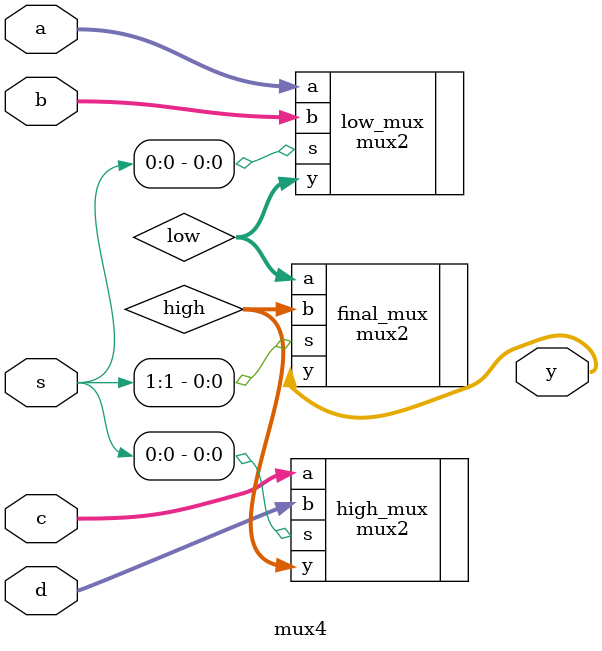
<source format=v>
`include "mux2.v"
module mux4 #(
    parameter reg WIDTH = 8
) (
    s,
    a,
    b,
    c,
    d,
    y
);

  input [1:0] s;
  input [WIDTH-1:0] a, b, c, d;
  output [WIDTH-1:0] y;

  wire [WIDTH-1:0] low, high;

  mux2 #(
      .WIDTH(WIDTH)
  ) low_mux (
      .s(s[0]),
      .a(a),
      .b(b),
      .y(low)
  );

  mux2 #(
      .WIDTH(WIDTH)
  ) high_mux (
      .s(s[0]),
      .a(c),
      .b(d),
      .y(high)
  );

  mux2 #(
      .WIDTH(WIDTH)
  ) final_mux (
      .s(s[1]),
      .a(low),
      .b(high),
      .y(y)
  );


endmodule  //mux4

</source>
